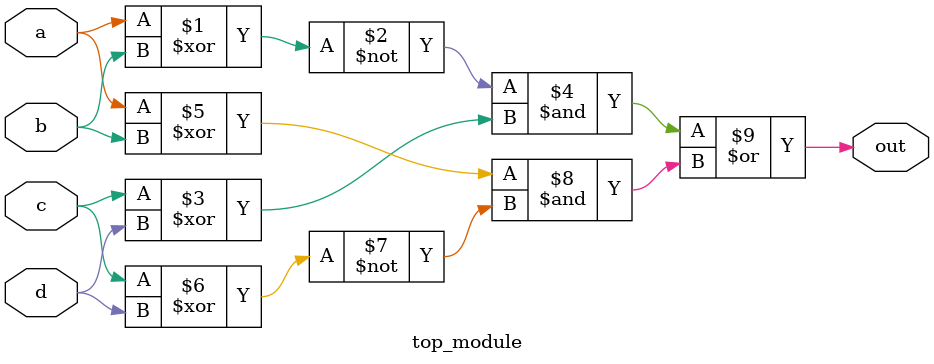
<source format=v>
module top_module(
    input a,
    input b,
    input c,
    input d,
    output out  ); 
    assign out = (~(a^b)&(c^d))|((a^b)&~(c^d));

endmodule

</source>
